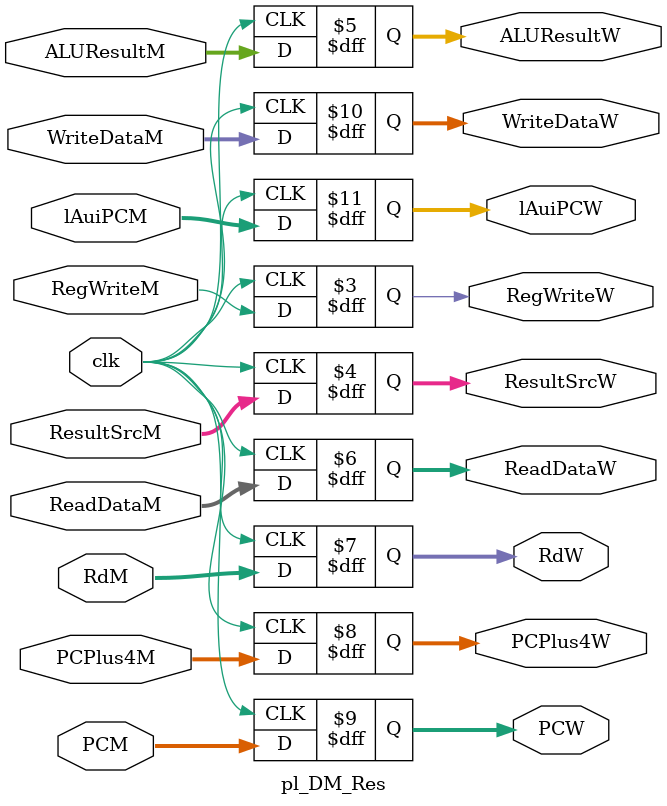
<source format=v>
module pl_DM_Res (
    input clk,
    input RegWriteM,
    input [1:0] ResultSrcM,
    input [31:0] ALUResultM,
    input [31:0] ReadDataM,
    input [4:0] RdM,
    input [31:0] PCPlus4M,
	 input [31:0] PCM,
	 input [31:0] WriteDataM,
	 input [31:0] lAuiPCM,
    output reg RegWriteW,
    output reg [1:0] ResultSrcW,
    output reg [31:0] ALUResultW,
    output reg [31:0] ReadDataW,
    output reg [4:0] RdW,
    output reg [31:0] PCPlus4W,
	 output reg [31:0] PCW,
	 output reg [31:0] WriteDataW,
	 output reg [31:0] lAuiPCW
);

initial begin
    RegWriteW <= 0;
    ResultSrcW <= 0;
    ALUResultW <= 0;
    ReadDataW <= 0;
    RdW <= 0;
    PCPlus4W <= 0;
	 PCW <= 0;
	 WriteDataW <= 0;
	 lAuiPCW <= 0;
end

always @(posedge clk) begin
    RegWriteW <= RegWriteM;
    ResultSrcW <= ResultSrcM;
    ALUResultW <= ALUResultM;
    ReadDataW <= ReadDataM;
    RdW <= RdM;
    PCPlus4W <= PCPlus4M;
	 PCW <= PCM;
	 WriteDataW <= WriteDataM;
	 lAuiPCW <= lAuiPCM;
end
endmodule 
</source>
